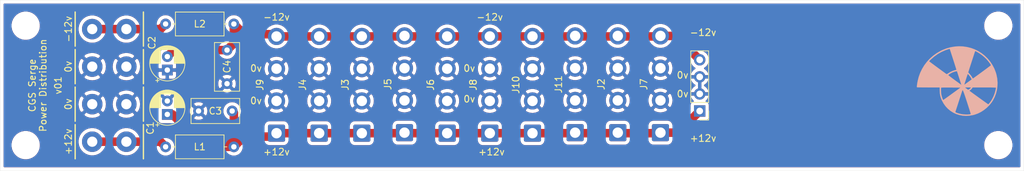
<source format=kicad_pcb>
(kicad_pcb (version 20171130) (host pcbnew "(5.1.8-0-10_14)")
  (title_block (title "CGS Power Distribution") (rev v01) (comment 2 creativecommons.org/licenses/by/4.0/) (comment 3 "License: CC BY 4.0") (comment 4 "Author: Guy John"))
  (layers (0 F.Cu signal hide) (31 B.Cu signal hide) (34 B.Paste user) (35 F.Paste user) (36 B.SilkS user) (37 F.SilkS user) (38 B.Mask user) (39 F.Mask user) (44 Edge.Cuts user))
  (net 0 "")
  (net 1 +12V)
  (net 2 GNDREF)
  (net 3 -12V)
  (net 4 "Net-(J1-Pad1)")
  (net 5 "Net-(J1-Pad4)")
  (module Capacitor_THT:CP_Radial_D5.0mm_P2.00mm (layer F.Cu) (at 126.492 93.218 90)
    (fp_text reference C1 (at -2.032 -2.54 90) (layer F.SilkS))
    (fp_text value 10uF)
    (fp_circle (center 1 0) (end 3.62 0) (layer F.SilkS) (width 0.12))
    (fp_line (start 1 1.04) (end 1 2.58) (layer F.SilkS) (width 0.12))
    (fp_line (start 1 -2.58) (end 1 -1.04) (layer F.SilkS) (width 0.12))
    (fp_line (start 1.04 1.04) (end 1.04 2.58) (layer F.SilkS) (width 0.12))
    (fp_line (start 1.04 -2.58) (end 1.04 -1.04) (layer F.SilkS) (width 0.12))
    (fp_line (start 1.08 -2.579) (end 1.08 -1.04) (layer F.SilkS) (width 0.12))
    (fp_line (start 1.08 1.04) (end 1.08 2.579) (layer F.SilkS) (width 0.12))
    (fp_line (start 1.12 -2.578) (end 1.12 -1.04) (layer F.SilkS) (width 0.12))
    (fp_line (start 1.12 1.04) (end 1.12 2.578) (layer F.SilkS) (width 0.12))
    (fp_line (start 1.16 -2.576) (end 1.16 -1.04) (layer F.SilkS) (width 0.12))
    (fp_line (start 1.16 1.04) (end 1.16 2.576) (layer F.SilkS) (width 0.12))
    (fp_line (start 1.2 -2.573) (end 1.2 -1.04) (layer F.SilkS) (width 0.12))
    (fp_line (start 1.2 1.04) (end 1.2 2.573) (layer F.SilkS) (width 0.12))
    (fp_line (start 1.24 -2.569) (end 1.24 -1.04) (layer F.SilkS) (width 0.12))
    (fp_line (start 1.24 1.04) (end 1.24 2.569) (layer F.SilkS) (width 0.12))
    (fp_line (start 1.28 -2.565) (end 1.28 -1.04) (layer F.SilkS) (width 0.12))
    (fp_line (start 1.28 1.04) (end 1.28 2.565) (layer F.SilkS) (width 0.12))
    (fp_line (start 1.32 -2.561) (end 1.32 -1.04) (layer F.SilkS) (width 0.12))
    (fp_line (start 1.32 1.04) (end 1.32 2.561) (layer F.SilkS) (width 0.12))
    (fp_line (start 1.36 -2.556) (end 1.36 -1.04) (layer F.SilkS) (width 0.12))
    (fp_line (start 1.36 1.04) (end 1.36 2.556) (layer F.SilkS) (width 0.12))
    (fp_line (start 1.4 -2.55) (end 1.4 -1.04) (layer F.SilkS) (width 0.12))
    (fp_line (start 1.4 1.04) (end 1.4 2.55) (layer F.SilkS) (width 0.12))
    (fp_line (start 1.44 -2.543) (end 1.44 -1.04) (layer F.SilkS) (width 0.12))
    (fp_line (start 1.44 1.04) (end 1.44 2.543) (layer F.SilkS) (width 0.12))
    (fp_line (start 1.48 -2.536) (end 1.48 -1.04) (layer F.SilkS) (width 0.12))
    (fp_line (start 1.48 1.04) (end 1.48 2.536) (layer F.SilkS) (width 0.12))
    (fp_line (start 1.52 -2.528) (end 1.52 -1.04) (layer F.SilkS) (width 0.12))
    (fp_line (start 1.52 1.04) (end 1.52 2.528) (layer F.SilkS) (width 0.12))
    (fp_line (start 1.56 -2.52) (end 1.56 -1.04) (layer F.SilkS) (width 0.12))
    (fp_line (start 1.56 1.04) (end 1.56 2.52) (layer F.SilkS) (width 0.12))
    (fp_line (start 1.6 -2.511) (end 1.6 -1.04) (layer F.SilkS) (width 0.12))
    (fp_line (start 1.6 1.04) (end 1.6 2.511) (layer F.SilkS) (width 0.12))
    (fp_line (start 1.64 -2.501) (end 1.64 -1.04) (layer F.SilkS) (width 0.12))
    (fp_line (start 1.64 1.04) (end 1.64 2.501) (layer F.SilkS) (width 0.12))
    (fp_line (start 1.68 -2.491) (end 1.68 -1.04) (layer F.SilkS) (width 0.12))
    (fp_line (start 1.68 1.04) (end 1.68 2.491) (layer F.SilkS) (width 0.12))
    (fp_line (start 1.721 -2.48) (end 1.721 -1.04) (layer F.SilkS) (width 0.12))
    (fp_line (start 1.721 1.04) (end 1.721 2.48) (layer F.SilkS) (width 0.12))
    (fp_line (start 1.761 -2.468) (end 1.761 -1.04) (layer F.SilkS) (width 0.12))
    (fp_line (start 1.761 1.04) (end 1.761 2.468) (layer F.SilkS) (width 0.12))
    (fp_line (start 1.801 -2.455) (end 1.801 -1.04) (layer F.SilkS) (width 0.12))
    (fp_line (start 1.801 1.04) (end 1.801 2.455) (layer F.SilkS) (width 0.12))
    (fp_line (start 1.841 -2.442) (end 1.841 -1.04) (layer F.SilkS) (width 0.12))
    (fp_line (start 1.841 1.04) (end 1.841 2.442) (layer F.SilkS) (width 0.12))
    (fp_line (start 1.881 -2.428) (end 1.881 -1.04) (layer F.SilkS) (width 0.12))
    (fp_line (start 1.881 1.04) (end 1.881 2.428) (layer F.SilkS) (width 0.12))
    (fp_line (start 1.921 -2.414) (end 1.921 -1.04) (layer F.SilkS) (width 0.12))
    (fp_line (start 1.921 1.04) (end 1.921 2.414) (layer F.SilkS) (width 0.12))
    (fp_line (start 1.961 -2.398) (end 1.961 -1.04) (layer F.SilkS) (width 0.12))
    (fp_line (start 1.961 1.04) (end 1.961 2.398) (layer F.SilkS) (width 0.12))
    (fp_line (start 2.001 -2.382) (end 2.001 -1.04) (layer F.SilkS) (width 0.12))
    (fp_line (start 2.001 1.04) (end 2.001 2.382) (layer F.SilkS) (width 0.12))
    (fp_line (start 2.041 -2.365) (end 2.041 -1.04) (layer F.SilkS) (width 0.12))
    (fp_line (start 2.041 1.04) (end 2.041 2.365) (layer F.SilkS) (width 0.12))
    (fp_line (start 2.081 -2.348) (end 2.081 -1.04) (layer F.SilkS) (width 0.12))
    (fp_line (start 2.081 1.04) (end 2.081 2.348) (layer F.SilkS) (width 0.12))
    (fp_line (start 2.121 -2.329) (end 2.121 -1.04) (layer F.SilkS) (width 0.12))
    (fp_line (start 2.121 1.04) (end 2.121 2.329) (layer F.SilkS) (width 0.12))
    (fp_line (start 2.161 -2.31) (end 2.161 -1.04) (layer F.SilkS) (width 0.12))
    (fp_line (start 2.161 1.04) (end 2.161 2.31) (layer F.SilkS) (width 0.12))
    (fp_line (start 2.201 -2.29) (end 2.201 -1.04) (layer F.SilkS) (width 0.12))
    (fp_line (start 2.201 1.04) (end 2.201 2.29) (layer F.SilkS) (width 0.12))
    (fp_line (start 2.241 -2.268) (end 2.241 -1.04) (layer F.SilkS) (width 0.12))
    (fp_line (start 2.241 1.04) (end 2.241 2.268) (layer F.SilkS) (width 0.12))
    (fp_line (start 2.281 -2.247) (end 2.281 -1.04) (layer F.SilkS) (width 0.12))
    (fp_line (start 2.281 1.04) (end 2.281 2.247) (layer F.SilkS) (width 0.12))
    (fp_line (start 2.321 -2.224) (end 2.321 -1.04) (layer F.SilkS) (width 0.12))
    (fp_line (start 2.321 1.04) (end 2.321 2.224) (layer F.SilkS) (width 0.12))
    (fp_line (start 2.361 -2.2) (end 2.361 -1.04) (layer F.SilkS) (width 0.12))
    (fp_line (start 2.361 1.04) (end 2.361 2.2) (layer F.SilkS) (width 0.12))
    (fp_line (start 2.401 -2.175) (end 2.401 -1.04) (layer F.SilkS) (width 0.12))
    (fp_line (start 2.401 1.04) (end 2.401 2.175) (layer F.SilkS) (width 0.12))
    (fp_line (start 2.441 -2.149) (end 2.441 -1.04) (layer F.SilkS) (width 0.12))
    (fp_line (start 2.441 1.04) (end 2.441 2.149) (layer F.SilkS) (width 0.12))
    (fp_line (start 2.481 -2.122) (end 2.481 -1.04) (layer F.SilkS) (width 0.12))
    (fp_line (start 2.481 1.04) (end 2.481 2.122) (layer F.SilkS) (width 0.12))
    (fp_line (start 2.521 -2.095) (end 2.521 -1.04) (layer F.SilkS) (width 0.12))
    (fp_line (start 2.521 1.04) (end 2.521 2.095) (layer F.SilkS) (width 0.12))
    (fp_line (start 2.561 -2.065) (end 2.561 -1.04) (layer F.SilkS) (width 0.12))
    (fp_line (start 2.561 1.04) (end 2.561 2.065) (layer F.SilkS) (width 0.12))
    (fp_line (start 2.601 -2.035) (end 2.601 -1.04) (layer F.SilkS) (width 0.12))
    (fp_line (start 2.601 1.04) (end 2.601 2.035) (layer F.SilkS) (width 0.12))
    (fp_line (start 2.641 -2.004) (end 2.641 -1.04) (layer F.SilkS) (width 0.12))
    (fp_line (start 2.641 1.04) (end 2.641 2.004) (layer F.SilkS) (width 0.12))
    (fp_line (start 2.681 -1.971) (end 2.681 -1.04) (layer F.SilkS) (width 0.12))
    (fp_line (start 2.681 1.04) (end 2.681 1.971) (layer F.SilkS) (width 0.12))
    (fp_line (start 2.721 -1.937) (end 2.721 -1.04) (layer F.SilkS) (width 0.12))
    (fp_line (start 2.721 1.04) (end 2.721 1.937) (layer F.SilkS) (width 0.12))
    (fp_line (start 2.761 -1.901) (end 2.761 -1.04) (layer F.SilkS) (width 0.12))
    (fp_line (start 2.761 1.04) (end 2.761 1.901) (layer F.SilkS) (width 0.12))
    (fp_line (start 2.801 -1.864) (end 2.801 -1.04) (layer F.SilkS) (width 0.12))
    (fp_line (start 2.801 1.04) (end 2.801 1.864) (layer F.SilkS) (width 0.12))
    (fp_line (start 2.841 -1.826) (end 2.841 -1.04) (layer F.SilkS) (width 0.12))
    (fp_line (start 2.841 1.04) (end 2.841 1.826) (layer F.SilkS) (width 0.12))
    (fp_line (start 2.881 -1.785) (end 2.881 -1.04) (layer F.SilkS) (width 0.12))
    (fp_line (start 2.881 1.04) (end 2.881 1.785) (layer F.SilkS) (width 0.12))
    (fp_line (start 2.921 -1.743) (end 2.921 -1.04) (layer F.SilkS) (width 0.12))
    (fp_line (start 2.921 1.04) (end 2.921 1.743) (layer F.SilkS) (width 0.12))
    (fp_line (start 2.961 -1.699) (end 2.961 -1.04) (layer F.SilkS) (width 0.12))
    (fp_line (start 2.961 1.04) (end 2.961 1.699) (layer F.SilkS) (width 0.12))
    (fp_line (start 3.001 -1.653) (end 3.001 -1.04) (layer F.SilkS) (width 0.12))
    (fp_line (start 3.001 1.04) (end 3.001 1.653) (layer F.SilkS) (width 0.12))
    (fp_line (start 3.041 -1.605) (end 3.041 1.605) (layer F.SilkS) (width 0.12))
    (fp_line (start 3.081 -1.554) (end 3.081 1.554) (layer F.SilkS) (width 0.12))
    (fp_line (start 3.121 -1.5) (end 3.121 1.5) (layer F.SilkS) (width 0.12))
    (fp_line (start 3.161 -1.443) (end 3.161 1.443) (layer F.SilkS) (width 0.12))
    (fp_line (start 3.201 -1.383) (end 3.201 1.383) (layer F.SilkS) (width 0.12))
    (fp_line (start 3.241 -1.319) (end 3.241 1.319) (layer F.SilkS) (width 0.12))
    (fp_line (start 3.281 -1.251) (end 3.281 1.251) (layer F.SilkS) (width 0.12))
    (fp_line (start 3.321 -1.178) (end 3.321 1.178) (layer F.SilkS) (width 0.12))
    (fp_line (start 3.361 -1.098) (end 3.361 1.098) (layer F.SilkS) (width 0.12))
    (fp_line (start 3.401 -1.011) (end 3.401 1.011) (layer F.SilkS) (width 0.12))
    (fp_line (start 3.441 -0.915) (end 3.441 0.915) (layer F.SilkS) (width 0.12))
    (fp_line (start 3.481 -0.805) (end 3.481 0.805) (layer F.SilkS) (width 0.12))
    (fp_line (start 3.521 -0.677) (end 3.521 0.677) (layer F.SilkS) (width 0.12))
    (fp_line (start 3.561 -0.518) (end 3.561 0.518) (layer F.SilkS) (width 0.12))
    (fp_line (start 3.601 -0.284) (end 3.601 0.284) (layer F.SilkS) (width 0.12))
    (fp_line (start -1.804775 -1.475) (end -1.304775 -1.475) (layer F.SilkS) (width 0.12))
    (fp_line (start -1.554775 -1.725) (end -1.554775 -1.225) (layer F.SilkS) (width 0.12))
    (pad 1 thru_hole rect (at 0 0 90) (size 1.6 1.6) (drill 0.8) (layers *.Cu *.Mask) (net 1 +12V))
    (pad 2 thru_hole circle (at 2 0 90) (size 1.6 1.6) (drill 0.8) (layers *.Cu *.Mask) (net 2 GNDREF))
  )
  (module Capacitor_THT:CP_Radial_D5.0mm_P2.00mm (layer F.Cu) (at 126.492 86.614 90)
    (fp_text reference C2 (at 4.064 -2.286 90) (layer F.SilkS))
    (fp_text value 10uF)
    (fp_line (start -1.554775 -1.725) (end -1.554775 -1.225) (layer F.SilkS) (width 0.12))
    (fp_line (start -1.804775 -1.475) (end -1.304775 -1.475) (layer F.SilkS) (width 0.12))
    (fp_line (start 3.601 -0.284) (end 3.601 0.284) (layer F.SilkS) (width 0.12))
    (fp_line (start 3.561 -0.518) (end 3.561 0.518) (layer F.SilkS) (width 0.12))
    (fp_line (start 3.521 -0.677) (end 3.521 0.677) (layer F.SilkS) (width 0.12))
    (fp_line (start 3.481 -0.805) (end 3.481 0.805) (layer F.SilkS) (width 0.12))
    (fp_line (start 3.441 -0.915) (end 3.441 0.915) (layer F.SilkS) (width 0.12))
    (fp_line (start 3.401 -1.011) (end 3.401 1.011) (layer F.SilkS) (width 0.12))
    (fp_line (start 3.361 -1.098) (end 3.361 1.098) (layer F.SilkS) (width 0.12))
    (fp_line (start 3.321 -1.178) (end 3.321 1.178) (layer F.SilkS) (width 0.12))
    (fp_line (start 3.281 -1.251) (end 3.281 1.251) (layer F.SilkS) (width 0.12))
    (fp_line (start 3.241 -1.319) (end 3.241 1.319) (layer F.SilkS) (width 0.12))
    (fp_line (start 3.201 -1.383) (end 3.201 1.383) (layer F.SilkS) (width 0.12))
    (fp_line (start 3.161 -1.443) (end 3.161 1.443) (layer F.SilkS) (width 0.12))
    (fp_line (start 3.121 -1.5) (end 3.121 1.5) (layer F.SilkS) (width 0.12))
    (fp_line (start 3.081 -1.554) (end 3.081 1.554) (layer F.SilkS) (width 0.12))
    (fp_line (start 3.041 -1.605) (end 3.041 1.605) (layer F.SilkS) (width 0.12))
    (fp_line (start 3.001 1.04) (end 3.001 1.653) (layer F.SilkS) (width 0.12))
    (fp_line (start 3.001 -1.653) (end 3.001 -1.04) (layer F.SilkS) (width 0.12))
    (fp_line (start 2.961 1.04) (end 2.961 1.699) (layer F.SilkS) (width 0.12))
    (fp_line (start 2.961 -1.699) (end 2.961 -1.04) (layer F.SilkS) (width 0.12))
    (fp_line (start 2.921 1.04) (end 2.921 1.743) (layer F.SilkS) (width 0.12))
    (fp_line (start 2.921 -1.743) (end 2.921 -1.04) (layer F.SilkS) (width 0.12))
    (fp_line (start 2.881 1.04) (end 2.881 1.785) (layer F.SilkS) (width 0.12))
    (fp_line (start 2.881 -1.785) (end 2.881 -1.04) (layer F.SilkS) (width 0.12))
    (fp_line (start 2.841 1.04) (end 2.841 1.826) (layer F.SilkS) (width 0.12))
    (fp_line (start 2.841 -1.826) (end 2.841 -1.04) (layer F.SilkS) (width 0.12))
    (fp_line (start 2.801 1.04) (end 2.801 1.864) (layer F.SilkS) (width 0.12))
    (fp_line (start 2.801 -1.864) (end 2.801 -1.04) (layer F.SilkS) (width 0.12))
    (fp_line (start 2.761 1.04) (end 2.761 1.901) (layer F.SilkS) (width 0.12))
    (fp_line (start 2.761 -1.901) (end 2.761 -1.04) (layer F.SilkS) (width 0.12))
    (fp_line (start 2.721 1.04) (end 2.721 1.937) (layer F.SilkS) (width 0.12))
    (fp_line (start 2.721 -1.937) (end 2.721 -1.04) (layer F.SilkS) (width 0.12))
    (fp_line (start 2.681 1.04) (end 2.681 1.971) (layer F.SilkS) (width 0.12))
    (fp_line (start 2.681 -1.971) (end 2.681 -1.04) (layer F.SilkS) (width 0.12))
    (fp_line (start 2.641 1.04) (end 2.641 2.004) (layer F.SilkS) (width 0.12))
    (fp_line (start 2.641 -2.004) (end 2.641 -1.04) (layer F.SilkS) (width 0.12))
    (fp_line (start 2.601 1.04) (end 2.601 2.035) (layer F.SilkS) (width 0.12))
    (fp_line (start 2.601 -2.035) (end 2.601 -1.04) (layer F.SilkS) (width 0.12))
    (fp_line (start 2.561 1.04) (end 2.561 2.065) (layer F.SilkS) (width 0.12))
    (fp_line (start 2.561 -2.065) (end 2.561 -1.04) (layer F.SilkS) (width 0.12))
    (fp_line (start 2.521 1.04) (end 2.521 2.095) (layer F.SilkS) (width 0.12))
    (fp_line (start 2.521 -2.095) (end 2.521 -1.04) (layer F.SilkS) (width 0.12))
    (fp_line (start 2.481 1.04) (end 2.481 2.122) (layer F.SilkS) (width 0.12))
    (fp_line (start 2.481 -2.122) (end 2.481 -1.04) (layer F.SilkS) (width 0.12))
    (fp_line (start 2.441 1.04) (end 2.441 2.149) (layer F.SilkS) (width 0.12))
    (fp_line (start 2.441 -2.149) (end 2.441 -1.04) (layer F.SilkS) (width 0.12))
    (fp_line (start 2.401 1.04) (end 2.401 2.175) (layer F.SilkS) (width 0.12))
    (fp_line (start 2.401 -2.175) (end 2.401 -1.04) (layer F.SilkS) (width 0.12))
    (fp_line (start 2.361 1.04) (end 2.361 2.2) (layer F.SilkS) (width 0.12))
    (fp_line (start 2.361 -2.2) (end 2.361 -1.04) (layer F.SilkS) (width 0.12))
    (fp_line (start 2.321 1.04) (end 2.321 2.224) (layer F.SilkS) (width 0.12))
    (fp_line (start 2.321 -2.224) (end 2.321 -1.04) (layer F.SilkS) (width 0.12))
    (fp_line (start 2.281 1.04) (end 2.281 2.247) (layer F.SilkS) (width 0.12))
    (fp_line (start 2.281 -2.247) (end 2.281 -1.04) (layer F.SilkS) (width 0.12))
    (fp_line (start 2.241 1.04) (end 2.241 2.268) (layer F.SilkS) (width 0.12))
    (fp_line (start 2.241 -2.268) (end 2.241 -1.04) (layer F.SilkS) (width 0.12))
    (fp_line (start 2.201 1.04) (end 2.201 2.29) (layer F.SilkS) (width 0.12))
    (fp_line (start 2.201 -2.29) (end 2.201 -1.04) (layer F.SilkS) (width 0.12))
    (fp_line (start 2.161 1.04) (end 2.161 2.31) (layer F.SilkS) (width 0.12))
    (fp_line (start 2.161 -2.31) (end 2.161 -1.04) (layer F.SilkS) (width 0.12))
    (fp_line (start 2.121 1.04) (end 2.121 2.329) (layer F.SilkS) (width 0.12))
    (fp_line (start 2.121 -2.329) (end 2.121 -1.04) (layer F.SilkS) (width 0.12))
    (fp_line (start 2.081 1.04) (end 2.081 2.348) (layer F.SilkS) (width 0.12))
    (fp_line (start 2.081 -2.348) (end 2.081 -1.04) (layer F.SilkS) (width 0.12))
    (fp_line (start 2.041 1.04) (end 2.041 2.365) (layer F.SilkS) (width 0.12))
    (fp_line (start 2.041 -2.365) (end 2.041 -1.04) (layer F.SilkS) (width 0.12))
    (fp_line (start 2.001 1.04) (end 2.001 2.382) (layer F.SilkS) (width 0.12))
    (fp_line (start 2.001 -2.382) (end 2.001 -1.04) (layer F.SilkS) (width 0.12))
    (fp_line (start 1.961 1.04) (end 1.961 2.398) (layer F.SilkS) (width 0.12))
    (fp_line (start 1.961 -2.398) (end 1.961 -1.04) (layer F.SilkS) (width 0.12))
    (fp_line (start 1.921 1.04) (end 1.921 2.414) (layer F.SilkS) (width 0.12))
    (fp_line (start 1.921 -2.414) (end 1.921 -1.04) (layer F.SilkS) (width 0.12))
    (fp_line (start 1.881 1.04) (end 1.881 2.428) (layer F.SilkS) (width 0.12))
    (fp_line (start 1.881 -2.428) (end 1.881 -1.04) (layer F.SilkS) (width 0.12))
    (fp_line (start 1.841 1.04) (end 1.841 2.442) (layer F.SilkS) (width 0.12))
    (fp_line (start 1.841 -2.442) (end 1.841 -1.04) (layer F.SilkS) (width 0.12))
    (fp_line (start 1.801 1.04) (end 1.801 2.455) (layer F.SilkS) (width 0.12))
    (fp_line (start 1.801 -2.455) (end 1.801 -1.04) (layer F.SilkS) (width 0.12))
    (fp_line (start 1.761 1.04) (end 1.761 2.468) (layer F.SilkS) (width 0.12))
    (fp_line (start 1.761 -2.468) (end 1.761 -1.04) (layer F.SilkS) (width 0.12))
    (fp_line (start 1.721 1.04) (end 1.721 2.48) (layer F.SilkS) (width 0.12))
    (fp_line (start 1.721 -2.48) (end 1.721 -1.04) (layer F.SilkS) (width 0.12))
    (fp_line (start 1.68 1.04) (end 1.68 2.491) (layer F.SilkS) (width 0.12))
    (fp_line (start 1.68 -2.491) (end 1.68 -1.04) (layer F.SilkS) (width 0.12))
    (fp_line (start 1.64 1.04) (end 1.64 2.501) (layer F.SilkS) (width 0.12))
    (fp_line (start 1.64 -2.501) (end 1.64 -1.04) (layer F.SilkS) (width 0.12))
    (fp_line (start 1.6 1.04) (end 1.6 2.511) (layer F.SilkS) (width 0.12))
    (fp_line (start 1.6 -2.511) (end 1.6 -1.04) (layer F.SilkS) (width 0.12))
    (fp_line (start 1.56 1.04) (end 1.56 2.52) (layer F.SilkS) (width 0.12))
    (fp_line (start 1.56 -2.52) (end 1.56 -1.04) (layer F.SilkS) (width 0.12))
    (fp_line (start 1.52 1.04) (end 1.52 2.528) (layer F.SilkS) (width 0.12))
    (fp_line (start 1.52 -2.528) (end 1.52 -1.04) (layer F.SilkS) (width 0.12))
    (fp_line (start 1.48 1.04) (end 1.48 2.536) (layer F.SilkS) (width 0.12))
    (fp_line (start 1.48 -2.536) (end 1.48 -1.04) (layer F.SilkS) (width 0.12))
    (fp_line (start 1.44 1.04) (end 1.44 2.543) (layer F.SilkS) (width 0.12))
    (fp_line (start 1.44 -2.543) (end 1.44 -1.04) (layer F.SilkS) (width 0.12))
    (fp_line (start 1.4 1.04) (end 1.4 2.55) (layer F.SilkS) (width 0.12))
    (fp_line (start 1.4 -2.55) (end 1.4 -1.04) (layer F.SilkS) (width 0.12))
    (fp_line (start 1.36 1.04) (end 1.36 2.556) (layer F.SilkS) (width 0.12))
    (fp_line (start 1.36 -2.556) (end 1.36 -1.04) (layer F.SilkS) (width 0.12))
    (fp_line (start 1.32 1.04) (end 1.32 2.561) (layer F.SilkS) (width 0.12))
    (fp_line (start 1.32 -2.561) (end 1.32 -1.04) (layer F.SilkS) (width 0.12))
    (fp_line (start 1.28 1.04) (end 1.28 2.565) (layer F.SilkS) (width 0.12))
    (fp_line (start 1.28 -2.565) (end 1.28 -1.04) (layer F.SilkS) (width 0.12))
    (fp_line (start 1.24 1.04) (end 1.24 2.569) (layer F.SilkS) (width 0.12))
    (fp_line (start 1.24 -2.569) (end 1.24 -1.04) (layer F.SilkS) (width 0.12))
    (fp_line (start 1.2 1.04) (end 1.2 2.573) (layer F.SilkS) (width 0.12))
    (fp_line (start 1.2 -2.573) (end 1.2 -1.04) (layer F.SilkS) (width 0.12))
    (fp_line (start 1.16 1.04) (end 1.16 2.576) (layer F.SilkS) (width 0.12))
    (fp_line (start 1.16 -2.576) (end 1.16 -1.04) (layer F.SilkS) (width 0.12))
    (fp_line (start 1.12 1.04) (end 1.12 2.578) (layer F.SilkS) (width 0.12))
    (fp_line (start 1.12 -2.578) (end 1.12 -1.04) (layer F.SilkS) (width 0.12))
    (fp_line (start 1.08 1.04) (end 1.08 2.579) (layer F.SilkS) (width 0.12))
    (fp_line (start 1.08 -2.579) (end 1.08 -1.04) (layer F.SilkS) (width 0.12))
    (fp_line (start 1.04 -2.58) (end 1.04 -1.04) (layer F.SilkS) (width 0.12))
    (fp_line (start 1.04 1.04) (end 1.04 2.58) (layer F.SilkS) (width 0.12))
    (fp_line (start 1 -2.58) (end 1 -1.04) (layer F.SilkS) (width 0.12))
    (fp_line (start 1 1.04) (end 1 2.58) (layer F.SilkS) (width 0.12))
    (fp_circle (center 1 0) (end 3.62 0) (layer F.SilkS) (width 0.12))
    (pad 2 thru_hole circle (at 2 0 90) (size 1.6 1.6) (drill 0.8) (layers *.Cu *.Mask) (net 3 -12V))
    (pad 1 thru_hole rect (at 0 0 90) (size 1.6 1.6) (drill 0.8) (layers *.Cu *.Mask) (net 2 GNDREF))
  )
  (module Capacitor_THT:C_Rect_L7.0mm_W3.5mm_P5.00mm (layer F.Cu) (at 136.144 92.71 180)
    (fp_text reference C3 (at 2.5 0) (layer F.SilkS))
    (fp_text value 10nF)
    (fp_line (start -1.12 -1.87) (end 6.12 -1.87) (layer F.SilkS) (width 0.12))
    (fp_line (start -1.12 1.87) (end 6.12 1.87) (layer F.SilkS) (width 0.12))
    (fp_line (start -1.12 -1.87) (end -1.12 1.87) (layer F.SilkS) (width 0.12))
    (fp_line (start 6.12 -1.87) (end 6.12 1.87) (layer F.SilkS) (width 0.12))
    (pad 1 thru_hole circle (at 0 0 180) (size 1.6 1.6) (drill 0.8) (layers *.Cu *.Mask) (net 1 +12V))
    (pad 2 thru_hole circle (at 5 0 180) (size 1.6 1.6) (drill 0.8) (layers *.Cu *.Mask) (net 2 GNDREF))
  )
  (module Capacitor_THT:C_Rect_L7.0mm_W3.5mm_P5.00mm (layer F.Cu) (at 135.382 88.646 90)
    (fp_text reference C4 (at 2.54 0 90) (layer F.SilkS))
    (fp_text value 10nF)
    (fp_line (start 6.12 -1.87) (end 6.12 1.87) (layer F.SilkS) (width 0.12))
    (fp_line (start -1.12 -1.87) (end -1.12 1.87) (layer F.SilkS) (width 0.12))
    (fp_line (start -1.12 1.87) (end 6.12 1.87) (layer F.SilkS) (width 0.12))
    (fp_line (start -1.12 -1.87) (end 6.12 -1.87) (layer F.SilkS) (width 0.12))
    (pad 2 thru_hole circle (at 5 0 90) (size 1.6 1.6) (drill 0.8) (layers *.Cu *.Mask) (net 3 -12V))
    (pad 1 thru_hole circle (at 0 0 90) (size 1.6 1.6) (drill 0.8) (layers *.Cu *.Mask) (net 2 GNDREF))
  )
  (module Inductor_THT:L_Axial_L7.0mm_D3.3mm_P10.16mm_Horizontal_Fastron_MICC (layer F.Cu) (at 126.238 98.044)
    (fp_text reference L1 (at 5.08 0) (layer F.SilkS))
    (fp_text value "0.45uH 7A")
    (fp_line (start 1.46 -1.77) (end 1.46 1.77) (layer F.SilkS) (width 0.12))
    (fp_line (start 1.46 1.77) (end 8.7 1.77) (layer F.SilkS) (width 0.12))
    (fp_line (start 8.7 1.77) (end 8.7 -1.77) (layer F.SilkS) (width 0.12))
    (fp_line (start 8.7 -1.77) (end 1.46 -1.77) (layer F.SilkS) (width 0.12))
    (fp_line (start 1.04 0) (end 1.46 0) (layer F.SilkS) (width 0.12))
    (fp_line (start 9.12 0) (end 8.7 0) (layer F.SilkS) (width 0.12))
    (pad 1 thru_hole circle (at 0 0) (size 1.6 1.6) (drill 0.8) (layers *.Cu *.Mask) (net 4 "Net-(J1-Pad1)"))
    (pad 2 thru_hole oval (at 10.16 0) (size 1.6 1.6) (drill 0.8) (layers *.Cu *.Mask) (net 1 +12V))
  )
  (module Inductor_THT:L_Axial_L7.0mm_D3.3mm_P10.16mm_Horizontal_Fastron_MICC (layer F.Cu) (at 126.238 79.756)
    (fp_text reference L2 (at 5.08 0) (layer F.SilkS))
    (fp_text value "0.45uH 7A")
    (fp_line (start 9.12 0) (end 8.7 0) (layer F.SilkS) (width 0.12))
    (fp_line (start 1.04 0) (end 1.46 0) (layer F.SilkS) (width 0.12))
    (fp_line (start 8.7 -1.77) (end 1.46 -1.77) (layer F.SilkS) (width 0.12))
    (fp_line (start 8.7 1.77) (end 8.7 -1.77) (layer F.SilkS) (width 0.12))
    (fp_line (start 1.46 1.77) (end 8.7 1.77) (layer F.SilkS) (width 0.12))
    (fp_line (start 1.46 -1.77) (end 1.46 1.77) (layer F.SilkS) (width 0.12))
    (pad 2 thru_hole oval (at 10.16 0) (size 1.6 1.6) (drill 0.8) (layers *.Cu *.Mask) (net 3 -12V))
    (pad 1 thru_hole circle (at 0 0) (size 1.6 1.6) (drill 0.8) (layers *.Cu *.Mask) (net 5 "Net-(J1-Pad4)"))
  )
  (module Connector_PinHeader_2.54mm:PinHeader_1x04_P2.54mm_Vertical (layer F.Cu) (at 205.74 92.71 180)
    (fp_text reference J12 hide)
    (fp_text value Conn_01x04_Female hide)
    (fp_line (start -1.33 8.95) (end 1.33 8.95) (layer F.SilkS) (width 0.12))
    (fp_line (start -1.33 1.27) (end -1.33 8.95) (layer F.SilkS) (width 0.12))
    (fp_line (start 1.33 1.27) (end 1.33 8.95) (layer F.SilkS) (width 0.12))
    (fp_line (start -1.33 1.27) (end 1.33 1.27) (layer F.SilkS) (width 0.12))
    (fp_line (start -1.33 0) (end -1.33 -1.33) (layer F.SilkS) (width 0.12))
    (fp_line (start -1.33 -1.33) (end 0 -1.33) (layer F.SilkS) (width 0.12))
    (pad 1 thru_hole rect (at 0 0 180) (size 1.7 1.7) (drill 1) (layers *.Cu *.Mask) (net 1 +12V))
    (pad 2 thru_hole oval (at 0 2.54 180) (size 1.7 1.7) (drill 1) (layers *.Cu *.Mask) (net 2 GNDREF))
    (pad 3 thru_hole oval (at 0 5.08 180) (size 1.7 1.7) (drill 1) (layers *.Cu *.Mask) (net 2 GNDREF))
    (pad 4 thru_hole oval (at 0 7.62 180) (size 1.7 1.7) (drill 1) (layers *.Cu *.Mask) (net 3 -12V))
  )
  (module rumblesan-footprints:TE_FASTON_250_62409-1_1x04_P5.08mm_Vertical (layer F.Cu) (at 117.856 88.9)
    (fp_text reference J1 hide)
    (fp_text value Conn_01x04_Male hide)
    (fp_line (start -5.08 -5.334) (end -5.08 -0.254) (layer F.SilkS) (width 0.2032))
    (fp_line (start 5.08 -5.334) (end 5.08 -0.254) (layer F.SilkS) (width 0.2032))
    (fp_line (start 5.08 -10.922) (end 5.08 -5.842) (layer F.SilkS) (width 0.2032))
    (fp_line (start -5.08 -10.922) (end -5.08 -5.842) (layer F.SilkS) (width 0.2032))
    (fp_line (start 5.08 5.842) (end 5.08 10.922) (layer F.SilkS) (width 0.2032))
    (fp_line (start -5.08 5.842) (end -5.08 10.922) (layer F.SilkS) (width 0.2032))
    (fp_line (start -5.08 0.254) (end -5.08 5.334) (layer F.SilkS) (width 0.2032))
    (fp_line (start 5.08 0.254) (end 5.08 5.334) (layer F.SilkS) (width 0.2032))
    (pad 2 thru_hole circle (at 2.54 2.794) (size 3.048 3.048) (drill 1.524) (layers *.Cu *.Mask) (net 2 GNDREF))
    (pad 2 thru_hole circle (at -2.54 2.794) (size 3.048 3.048) (drill 1.524) (layers *.Cu *.Mask) (net 2 GNDREF))
    (pad 1 thru_hole circle (at -2.54 8.382) (size 3.048 3.048) (drill 1.524) (layers *.Cu *.Mask) (net 4 "Net-(J1-Pad1)"))
    (pad 1 thru_hole circle (at 2.54 8.382) (size 3.048 3.048) (drill 1.524) (layers *.Cu *.Mask) (net 4 "Net-(J1-Pad1)"))
    (pad 3 thru_hole circle (at 2.54 -2.794) (size 3.048 3.048) (drill 1.524) (layers *.Cu *.Mask) (net 2 GNDREF))
    (pad 4 thru_hole circle (at -2.54 -8.382) (size 3.048 3.048) (drill 1.524) (layers *.Cu *.Mask) (net 5 "Net-(J1-Pad4)"))
    (pad 4 thru_hole circle (at 2.54 -8.382) (size 3.048 3.048) (drill 1.524) (layers *.Cu *.Mask) (net 5 "Net-(J1-Pad4)"))
    (pad 3 thru_hole circle (at -2.54 -2.794) (size 3.048 3.048) (drill 1.524) (layers *.Cu *.Mask) (net 2 GNDREF))
  )
  (module Connector_Wire:SolderWire-0.75sqmm_1x04_P4.8mm_D1.25mm_OD2.3mm (layer F.Cu) (at 193.548 95.934 90)
    (fp_text reference J2 (at 7.2 -2.47 90) (layer F.SilkS))
    (fp_text value Conn_01x04_Female)
    (pad 1 thru_hole roundrect (at 0 0 90) (size 2.55 2.55) (drill 1.55) (layers *.Cu *.Mask) (roundrect_rratio 0.098039) (net 1 +12V))
    (pad 2 thru_hole circle (at 4.8 0 90) (size 2.55 2.55) (drill 1.55) (layers *.Cu *.Mask) (net 2 GNDREF))
    (pad 3 thru_hole circle (at 9.6 0 90) (size 2.55 2.55) (drill 1.55) (layers *.Cu *.Mask) (net 2 GNDREF))
    (pad 4 thru_hole circle (at 14.4 0 90) (size 2.55 2.55) (drill 1.55) (layers *.Cu *.Mask) (net 3 -12V))
  )
  (module Connector_Wire:SolderWire-0.75sqmm_1x04_P4.8mm_D1.25mm_OD2.3mm (layer F.Cu) (at 155.448 96.012 90)
    (fp_text reference J3 (at 7.2 -2.47 90) (layer F.SilkS))
    (fp_text value Conn_01x04_Female)
    (pad 4 thru_hole circle (at 14.4 0 90) (size 2.55 2.55) (drill 1.55) (layers *.Cu *.Mask) (net 3 -12V))
    (pad 3 thru_hole circle (at 9.6 0 90) (size 2.55 2.55) (drill 1.55) (layers *.Cu *.Mask) (net 2 GNDREF))
    (pad 2 thru_hole circle (at 4.8 0 90) (size 2.55 2.55) (drill 1.55) (layers *.Cu *.Mask) (net 2 GNDREF))
    (pad 1 thru_hole roundrect (at 0 0 90) (size 2.55 2.55) (drill 1.55) (layers *.Cu *.Mask) (roundrect_rratio 0.098039) (net 1 +12V))
  )
  (module Connector_Wire:SolderWire-0.75sqmm_1x04_P4.8mm_D1.25mm_OD2.3mm (layer F.Cu) (at 149.098 96.012 90)
    (fp_text reference J4 (at 7.2 -2.47 90) (layer F.SilkS))
    (fp_text value Conn_01x04_Female)
    (pad 1 thru_hole roundrect (at 0 0 90) (size 2.55 2.55) (drill 1.55) (layers *.Cu *.Mask) (roundrect_rratio 0.098039) (net 1 +12V))
    (pad 2 thru_hole circle (at 4.8 0 90) (size 2.55 2.55) (drill 1.55) (layers *.Cu *.Mask) (net 2 GNDREF))
    (pad 3 thru_hole circle (at 9.6 0 90) (size 2.55 2.55) (drill 1.55) (layers *.Cu *.Mask) (net 2 GNDREF))
    (pad 4 thru_hole circle (at 14.4 0 90) (size 2.55 2.55) (drill 1.55) (layers *.Cu *.Mask) (net 3 -12V))
  )
  (module Connector_Wire:SolderWire-0.75sqmm_1x04_P4.8mm_D1.25mm_OD2.3mm (layer F.Cu) (at 161.798 95.934 90)
    (fp_text reference J5 (at 7.2 -2.47 90) (layer F.SilkS))
    (fp_text value Conn_01x04_Female)
    (pad 4 thru_hole circle (at 14.4 0 90) (size 2.55 2.55) (drill 1.55) (layers *.Cu *.Mask) (net 3 -12V))
    (pad 3 thru_hole circle (at 9.6 0 90) (size 2.55 2.55) (drill 1.55) (layers *.Cu *.Mask) (net 2 GNDREF))
    (pad 2 thru_hole circle (at 4.8 0 90) (size 2.55 2.55) (drill 1.55) (layers *.Cu *.Mask) (net 2 GNDREF))
    (pad 1 thru_hole roundrect (at 0 0 90) (size 2.55 2.55) (drill 1.55) (layers *.Cu *.Mask) (roundrect_rratio 0.098039) (net 1 +12V))
  )
  (module Connector_Wire:SolderWire-0.75sqmm_1x04_P4.8mm_D1.25mm_OD2.3mm (layer F.Cu) (at 168.148 96.012 90)
    (fp_text reference J6 (at 7.2 -2.47 90) (layer F.SilkS))
    (fp_text value Conn_01x04_Female)
    (pad 1 thru_hole roundrect (at 0 0 90) (size 2.55 2.55) (drill 1.55) (layers *.Cu *.Mask) (roundrect_rratio 0.098039) (net 1 +12V))
    (pad 2 thru_hole circle (at 4.8 0 90) (size 2.55 2.55) (drill 1.55) (layers *.Cu *.Mask) (net 2 GNDREF))
    (pad 3 thru_hole circle (at 9.6 0 90) (size 2.55 2.55) (drill 1.55) (layers *.Cu *.Mask) (net 2 GNDREF))
    (pad 4 thru_hole circle (at 14.4 0 90) (size 2.55 2.55) (drill 1.55) (layers *.Cu *.Mask) (net 3 -12V))
  )
  (module Connector_Wire:SolderWire-0.75sqmm_1x04_P4.8mm_D1.25mm_OD2.3mm (layer F.Cu) (at 199.898 95.934 90)
    (fp_text reference J7 (at 7.2 -2.47 90) (layer F.SilkS))
    (fp_text value Conn_01x04_Female)
    (pad 4 thru_hole circle (at 14.4 0 90) (size 2.55 2.55) (drill 1.55) (layers *.Cu *.Mask) (net 3 -12V))
    (pad 3 thru_hole circle (at 9.6 0 90) (size 2.55 2.55) (drill 1.55) (layers *.Cu *.Mask) (net 2 GNDREF))
    (pad 2 thru_hole circle (at 4.8 0 90) (size 2.55 2.55) (drill 1.55) (layers *.Cu *.Mask) (net 2 GNDREF))
    (pad 1 thru_hole roundrect (at 0 0 90) (size 2.55 2.55) (drill 1.55) (layers *.Cu *.Mask) (roundrect_rratio 0.098039) (net 1 +12V))
  )
  (module Connector_Wire:SolderWire-0.75sqmm_1x04_P4.8mm_D1.25mm_OD2.3mm (layer F.Cu) (at 174.498 96.012 90)
    (fp_text reference J8 (at 7.2 -2.47 90) (layer F.SilkS))
    (fp_text value Conn_01x04_Female)
    (pad 1 thru_hole roundrect (at 0 0 90) (size 2.55 2.55) (drill 1.55) (layers *.Cu *.Mask) (roundrect_rratio 0.098039) (net 1 +12V))
    (pad 2 thru_hole circle (at 4.8 0 90) (size 2.55 2.55) (drill 1.55) (layers *.Cu *.Mask) (net 2 GNDREF))
    (pad 3 thru_hole circle (at 9.6 0 90) (size 2.55 2.55) (drill 1.55) (layers *.Cu *.Mask) (net 2 GNDREF))
    (pad 4 thru_hole circle (at 14.4 0 90) (size 2.55 2.55) (drill 1.55) (layers *.Cu *.Mask) (net 3 -12V))
  )
  (module Connector_Wire:SolderWire-0.75sqmm_1x04_P4.8mm_D1.25mm_OD2.3mm (layer F.Cu) (at 142.748 96.012 90)
    (fp_text reference J9 (at 7.2 -2.47 90) (layer F.SilkS))
    (fp_text value Conn_01x04_Female)
    (pad 4 thru_hole circle (at 14.4 0 90) (size 2.55 2.55) (drill 1.55) (layers *.Cu *.Mask) (net 3 -12V))
    (pad 3 thru_hole circle (at 9.6 0 90) (size 2.55 2.55) (drill 1.55) (layers *.Cu *.Mask) (net 2 GNDREF))
    (pad 2 thru_hole circle (at 4.8 0 90) (size 2.55 2.55) (drill 1.55) (layers *.Cu *.Mask) (net 2 GNDREF))
    (pad 1 thru_hole roundrect (at 0 0 90) (size 2.55 2.55) (drill 1.55) (layers *.Cu *.Mask) (roundrect_rratio 0.098039) (net 1 +12V))
  )
  (module Connector_Wire:SolderWire-0.75sqmm_1x04_P4.8mm_D1.25mm_OD2.3mm (layer F.Cu) (at 180.848 96.012 90)
    (fp_text reference J10 (at 7.2 -2.47 90) (layer F.SilkS))
    (fp_text value Conn_01x04_Female)
    (pad 1 thru_hole roundrect (at 0 0 90) (size 2.55 2.55) (drill 1.55) (layers *.Cu *.Mask) (roundrect_rratio 0.098039) (net 1 +12V))
    (pad 2 thru_hole circle (at 4.8 0 90) (size 2.55 2.55) (drill 1.55) (layers *.Cu *.Mask) (net 2 GNDREF))
    (pad 3 thru_hole circle (at 9.6 0 90) (size 2.55 2.55) (drill 1.55) (layers *.Cu *.Mask) (net 2 GNDREF))
    (pad 4 thru_hole circle (at 14.4 0 90) (size 2.55 2.55) (drill 1.55) (layers *.Cu *.Mask) (net 3 -12V))
  )
  (module Connector_Wire:SolderWire-0.75sqmm_1x04_P4.8mm_D1.25mm_OD2.3mm (layer F.Cu) (at 187.198 95.934 90)
    (fp_text reference J11 (at 7.2 -2.47 90) (layer F.SilkS))
    (fp_text value Conn_01x04_Female)
    (pad 4 thru_hole circle (at 14.4 0 90) (size 2.55 2.55) (drill 1.55) (layers *.Cu *.Mask) (net 3 -12V))
    (pad 3 thru_hole circle (at 9.6 0 90) (size 2.55 2.55) (drill 1.55) (layers *.Cu *.Mask) (net 2 GNDREF))
    (pad 2 thru_hole circle (at 4.8 0 90) (size 2.55 2.55) (drill 1.55) (layers *.Cu *.Mask) (net 2 GNDREF))
    (pad 1 thru_hole roundrect (at 0 0 90) (size 2.55 2.55) (drill 1.55) (layers *.Cu *.Mask) (roundrect_rratio 0.098039) (net 1 +12V))
  )
  (module MountingHole:MountingHole_3.2mm_M3 (layer F.Cu) (at 105.41 80.01)
    (fp_text reference H1 hide)
    (fp_text value MountingScrew_M3_Flathead hide)
    (pad 1 np_thru_hole circle (at 0 0) (size 3.2 3.2) (drill 3.2) (layers *.Cu *.Mask))
  )
  (module MountingHole:MountingHole_3.2mm_M3 (layer F.Cu) (at 105.41 97.79)
    (fp_text reference H2 hide)
    (fp_text value MountingScrew_M3_Flathead hide)
    (pad 1 np_thru_hole circle (at 0 0) (size 3.2 3.2) (drill 3.2) (layers *.Cu *.Mask))
  )
  (module MountingHole:MountingHole_3.2mm_M3 (layer F.Cu) (at 250.19 80.01)
    (fp_text reference H3 hide)
    (fp_text value MountingScrew_M3_Flathead hide)
    (pad 1 np_thru_hole circle (at 0 0) (size 3.2 3.2) (drill 3.2) (layers *.Cu *.Mask))
  )
  (module MountingHole:MountingHole_3.2mm_M3 (layer F.Cu) (at 250.19 97.79)
    (fp_text reference H4 hide)
    (fp_text value MountingScrew_M3_Flathead hide)
    (pad 1 np_thru_hole circle (at 0 0) (size 3.2 3.2) (drill 3.2) (layers *.Cu *.Mask))
  )
  (module rumblesan-footprints:Logo_Ammonite-simple (layer B.Cu) (at 245.11 88.9 90)
    (fp_text reference H5 hide)
    (fp_text value Logo_Ammonite-simple hide)
    (fp_poly (pts (xy 1.032799 4.917203) (xy 1.602938 4.803894) (xy 1.950328 4.702154) (xy 2.511868 4.481942) (xy 3.043657 4.203555) (xy 3.541437 3.871283) (xy 4.000951 3.489415) (xy 4.417944 3.06224) (xy 4.788157 2.594048) (xy 5.107334 2.089128) (xy 5.371218 1.551771) (xy 5.547304 1.07762) (xy 5.705433 0.47201) (xy 5.79761 -0.14295) (xy 5.82422 -0.762934) (xy 5.785649 -1.383615) (xy 5.682283 -2.000669) (xy 5.514507 -2.609767) (xy 5.282707 -3.206585) (xy 5.138453 -3.507792) (xy 4.807993 -4.082105) (xy 4.426498 -4.614309) (xy 3.997568 -5.101669) (xy 3.524802 -5.541449) (xy 3.011799 -5.930913) (xy 2.46216 -6.267326) (xy 1.879485 -6.547954) (xy 1.267372 -6.77006) (xy 0.635371 -6.929721) (xy 0.397238 -6.974242) (xy 0.180809 -7.00876) (xy -0.004619 -7.032246) (xy -0.149747 -7.043669) (xy -0.24528 -7.041998) (xy -0.27923 -7.031103) (xy -0.284232 -6.993104) (xy -0.288909 -6.893944) (xy -0.293163 -6.740195) (xy -0.296897 -6.538429) (xy -0.300012 -6.295218) (xy -0.302409 -6.017133) (xy -0.303992 -5.710748) (xy -0.304662 -5.382634) (xy -0.304678 -5.326002) (xy -0.304726 -3.64678) (xy -0.787278 -3.642638) (xy -1.158825 -3.625497) (xy -1.491225 -3.577387) (xy -1.808015 -3.492995) (xy -2.132731 -3.367012) (xy -2.252891 -3.311977) (xy -2.606381 -3.117184) (xy -2.167297 -3.117184) (xy -2.136343 -3.149546) (xy -2.051759 -3.192674) (xy -1.92596 -3.242309) (xy -1.77136 -3.294189) (xy -1.600375 -3.344054) (xy -1.42542 -3.387644) (xy -1.308431 -3.411919) (xy -1.195701 -3.427182) (xy -1.049986 -3.438675) (xy -0.886274 -3.446222) (xy -0.71955 -3.449648) (xy -0.5648 -3.448777) (xy -0.437012 -3.443434) (xy -0.35117 -3.433443) (xy -0.323927 -3.423453) (xy -0.319864 -3.386366) (xy -0.316488 -3.28866) (xy -0.313854 -3.137446) (xy -0.312017 -2.939835) (xy -0.311032 -2.702938) (xy -0.31101 -2.626808) (xy 1.684212 -2.626808) (xy 1.718205 -2.677566) (xy 1.785793 -2.773435) (xy 1.882204 -2.907923) (xy 2.002668 -3.074541) (xy 2.142412 -3.266797) (xy 2.296664 -3.478201) (xy 2.460654 -3.702263) (xy 2.62961 -3.932492) (xy 2.798759 -4.162397) (xy 2.963332 -4.385489) (xy 3.118555 -4.595276) (xy 3.259657 -4.785269) (xy 3.381867 -4.948976) (xy 3.480414 -5.079907) (xy 3.550525 -5.171572) (xy 3.587429 -5.21748) (xy 3.59179 -5.22158) (xy 3.623503 -5.198507) (xy 3.690449 -5.136237) (xy 3.781757 -5.045191) (xy 3.854667 -4.969581) (xy 4.286587 -4.470052) (xy 4.661763 -3.941747) (xy 4.977562 -3.389158) (xy 5.231351 -2.816778) (xy 5.384822 -2.358586) (xy 5.443801 -2.154126) (xy 3.889878 -1.650716) (xy 3.579962 -1.550662) (xy 3.290171 -1.457777) (xy 3.026769 -1.37402) (xy 2.796022 -1.301351) (xy 2.604195 -1.241732) (xy 2.457551 -1.197122) (xy 2.362357 -1.169482) (xy 2.324877 -1.160772) (xy 2.324586 -1.16091) (xy 2.311475 -1.198162) (xy 2.287607 -1.2835) (xy 2.257938 -1.399123) (xy 2.255308 -1.409773) (xy 2.15443 -1.720344) (xy 2.005668 -2.040898) (xy 1.819984 -2.347874) (xy 1.81652 -2.352914) (xy 1.733843 -2.482934) (xy 1.68868 -2.576999) (xy 1.684212 -2.626808) (xy -0.31101 -2.626808) (xy -0.310954 -2.433866) (xy -0.311837 -2.139731) (xy -0.312725 -1.974266) (xy -0.321563 -0.545206) (xy -1.24443 -1.814363) (xy -1.432233 -2.073342) (xy -1.60721 -2.315996) (xy -1.76542 -2.536763) (xy -1.902924 -2.730082) (xy -2.01578 -2.890389) (xy -2.100051 -3.012123) (xy -2.151794 -3.089721) (xy -2.167297 -3.117184) (xy -2.606381 -3.117184) (xy -2.710638 -3.059733) (xy -3.121547 -2.761089) (xy -3.483816 -2.420231) (xy -3.795646 -2.041349) (xy -4.055236 -1.628632) (xy -4.260787 -1.186268) (xy -4.410496 -0.718446) (xy -4.502566 -0.229354) (xy -4.535194 0.276818) (xy -4.530422 0.363394) (xy -4.33396 0.363394) (xy -4.329712 0.160283) (xy -4.317644 -0.04385) (xy -4.297452 -0.237932) (xy -4.284197 -0.327847) (xy -4.246355 -0.52569) (xy -4.199548 -0.722236) (xy -4.147335 -0.906977) (xy -4.093275 -1.069402) (xy -4.040927 -1.199002) (xy -3.993849 -1.28527) (xy -3.9556 -1.317694) (xy -3.949319 -1.316792) (xy -3.910482 -1.303867) (xy -3.813544 -1.272119) (xy -3.664838 -1.223609) (xy -3.470695 -1.160398) (xy -3.237449 -1.084545) (xy -2.971432 -0.998111) (xy -2.678977 -0.903157) (xy -2.366416 -0.801741) (xy -2.319697 -0.786588) (xy -2.00563 -0.684537) (xy -1.711522 -0.588606) (xy -1.443591 -0.500848) (xy -1.208054 -0.423318) (xy -1.202224 -0.421386) (xy 0.076634 -0.421386) (xy 0.789339 -1.399948) (xy 0.954589 -1.625176) (xy 1.108278 -1.831463) (xy 1.245701 -2.012735) (xy 1.362152 -2.162918) (xy 1.452926 -2.275937) (xy 1.513317 -2.345721) (xy 1.538171 -2.366469) (xy 1.57325 -2.334181) (xy 1.633008 -2.259809) (xy 1.705585 -2.1583) (xy 1.718564 -2.139093) (xy 1.823353 -1.96158) (xy 1.921924 -1.756847) (xy 2.0054 -1.546709) (xy 2.064905 -1.352981) (xy 2.088726 -1.229385) (xy 2.107183 -1.072914) (xy 1.434677 -0.856305) (xy 1.205046 -0.782407) (xy 0.971598 -0.707393) (xy 0.751412 -0.636744) (xy 0.561567 -0.575939) (xy 0.419402 -0.530541) (xy 0.076634 -0.421386) (xy -1.202224 -0.421386) (xy -1.011127 -0.358067) (xy -0.859028 -0.307151) (xy -0.757973 -0.272623) (xy -0.714181 -0.256537) (xy -0.712912 -0.25582) (xy -0.707817 -0.235269) (xy -0.732205 -0.208427) (xy -0.789934 -0.173828) (xy -0.884864 -0.130004) (xy -1.020855 -0.075489) (xy -1.201767 -0.008816) (xy -1.270567 0.015236) (xy 0.10177 0.015236) (xy 0.132184 0.021926) (xy 0.216377 0.046367) (xy 0.343777 0.085177) (xy 0.503811 0.134974) (xy 0.685905 0.192375) (xy 0.879487 0.254) (xy 1.073983 0.316465) (xy 1.258822 0.376389) (xy 1.423429 0.430391) (xy 1.557233 0.475087) (xy 1.64966 0.507097) (xy 1.690137 0.523038) (xy 1.690814 0.523519) (xy 1.682953 0.556793) (xy 1.6294 0.617782) (xy 1.541466 0.697618) (xy 1.430464 0.787434) (xy 1.307706 0.87836) (xy 1.184504 0.96153) (xy 1.07217 1.028075) (xy 1.006885 1.059673) (xy 0.887583 1.109521) (xy 0.494676 0.568606) (xy 0.374327 0.40232) (xy 0.268881 0.255476) (xy 0.184366 0.136563) (xy 0.126809 0.054071) (xy 0.102238 0.01649) (xy 0.10177 0.015236) (xy -1.270567 0.015236) (xy -1.431458 0.071482) (xy -1.713788 0.166873) (xy -2.052618 0.278822) (xy -2.451806 0.408797) (xy -2.517546 0.430074) (xy -2.842193 0.534816) (xy -2.996411 0.584321) (xy -0.652315 0.584321) (xy -0.487337 0.356837) (xy -0.410833 0.252713) (xy -0.350855 0.173644) (xy -0.3172 0.132452) (xy -0.313494 0.129353) (xy -0.310205 0.161129) (xy -0.307468 0.248095) (xy -0.305535 0.37771) (xy -0.304657 0.53743) (xy -0.30463 0.571926) (xy -0.30463 1.014499) (xy -0.400633 0.946139) (xy -0.475847 0.873327) (xy -0.551015 0.771415) (xy -0.574475 0.73105) (xy -0.652315 0.584321) (xy -2.996411 0.584321) (xy -3.147935 0.632961) (xy -3.428611 0.722563) (xy -3.678063 0.801682) (xy -3.89013 0.868374) (xy -4.058654 0.920697) (xy -4.177474 0.956707) (xy -4.240431 0.974463) (xy -4.248495 0.97602) (xy -4.278804 0.944132) (xy -4.302808 0.855851) (xy -4.320204 0.722252) (xy -4.330689 0.554408) (xy -4.33396 0.363394) (xy -4.530422 0.363394) (xy -4.506581 0.795884) (xy -4.414926 1.323652) (xy -4.350841 1.569089) (xy -4.180454 2.042811) (xy -3.949264 2.505533) (xy -3.664168 2.948396) (xy -3.332064 3.362542) (xy -3.119064 3.578034) (xy -2.810764 3.578034) (xy -2.79167 3.547475) (xy -2.737418 3.468564) (xy -2.652556 3.347617) (xy -2.541627 3.190949) (xy -2.409178 3.004876) (xy -2.259755 2.795713) (xy -2.097904 2.569775) (xy -1.928169 2.333377) (xy -1.755097 2.092836) (xy -1.583234 1.854465) (xy -1.417126 1.624581) (xy -1.261317 1.409499) (xy -1.120354 1.215534) (xy -0.998783 1.049002) (xy -0.901149 0.916218) (xy -0.831998 0.823497) (xy -0.795876 0.777155) (xy -0.791731 0.773016) (xy -0.772593 0.798297) (xy -0.728493 0.862712) (xy -0.700335 0.904934) (xy -0.619126 1.004067) (xy -0.512224 1.105753) (xy -0.458768 1.147742) (xy -0.30463 1.258435) (xy -0.30463 1.286745) (xy 1.016 1.286745) (xy 1.239734 1.161625) (xy 1.37345 1.075998) (xy 1.524644 0.962727) (xy 1.664534 0.843646) (xy 1.688552 0.821123) (xy 1.790272 0.726438) (xy 1.874758 0.652699) (xy 1.929571 0.610533) (xy 1.941928 0.604613) (xy 1.97885 0.614555) (xy 2.073818 0.643496) (xy 2.220487 0.689414) (xy 2.412513 0.750291) (xy 2.643553 0.824104) (xy 2.907261 0.908835) (xy 3.197295 1.002463) (xy 3.50731 1.102967) (xy 3.529544 1.110191) (xy 3.840287 1.211369) (xy 4.131013 1.306417) (xy 4.395443 1.393256) (xy 4.627296 1.469804) (xy 4.820291 1.533981) (xy 4.968148 1.583706) (xy 5.064587 1.616897) (xy 5.103328 1.631475) (xy 5.103729 1.631757) (xy 5.098675 1.670879) (xy 5.062267 1.756286) (xy 5.000086 1.877486) (xy 4.917712 2.023985) (xy 4.820724 2.185291) (xy 4.750088 2.29682) (xy 4.514631 2.63002) (xy 4.24662 2.957144) (xy 3.966721 3.253701) (xy 3.849688 3.364065) (xy 3.714975 3.481196) (xy 3.567698 3.601194) (xy 3.418225 3.716535) (xy 3.276926 3.819693) (xy 3.154167 3.903146) (xy 3.060318 3.959368) (xy 3.005746 3.980836) (xy 3.000508 3.980313) (xy 2.974821 3.951832) (xy 2.913985 3.874801) (xy 2.822631 3.755493) (xy 2.705394 3.600176) (xy 2.566907 3.415121) (xy 2.411804 3.206598) (xy 2.244717 2.980877) (xy 2.07028 2.744229) (xy 1.893127 2.502923) (xy 1.717891 2.263229) (xy 1.549205 2.031419) (xy 1.391703 1.813761) (xy 1.250017 1.616526) (xy 1.15178 1.478516) (xy 1.016 1.286745) (xy -0.30463 1.286745) (xy -0.30463 2.996828) (xy -0.305241 3.439) (xy -0.307089 3.814503) (xy -0.310196 4.124392) (xy -0.314581 4.369721) (xy -0.320268 4.551542) (xy -0.327277 4.670911) (xy -0.335629 4.728881) (xy -0.339925 4.73522) (xy -0.388093 4.728907) (xy -0.483781 4.712189) (xy -0.608184 4.68839) (xy -0.636258 4.682792) (xy -1.13279 4.553148) (xy -1.621135 4.368077) (xy -2.081104 4.13579) (xy -2.277612 4.015337) (xy -2.455255 3.894865) (xy -2.605273 3.783937) (xy -2.719716 3.689072) (xy -2.790637 3.616789) (xy -2.810764 3.578034) (xy -3.119064 3.578034) (xy -2.959848 3.739112) (xy -2.554418 4.069246) (xy -2.245311 4.273519) (xy -1.742935 4.535607) (xy -1.215772 4.736508) (xy -0.669221 4.875669) (xy -0.108677 4.95254) (xy 0.460462 4.966568) (xy 1.032799 4.917203)) (layer B.SilkS) (width 0.01))
  )
  (gr_text v01 (at 110.236 88.9 90) (layer F.SilkS) (effects (font (size 1 1))))
  (gr_text "CGS Serge\nPower Distribution" (at 107.188 88.9 90) (layer F.SilkS) (effects (font (size 1 1))))
  (gr_text 0v (at 203.2 90.17) (layer F.SilkS) (effects (font (size 1 1))))
  (gr_text 0v (at 203.2 87.376) (layer F.SilkS) (effects (font (size 1 1))))
  (gr_text 0v (at 171.45 90.932) (layer F.SilkS) (effects (font (size 1 1))))
  (gr_text 0v (at 171.45 86.36) (layer F.SilkS) (effects (font (size 1 1))))
  (gr_text 0v (at 139.7 91.186) (layer F.SilkS) (effects (font (size 1 1))))
  (gr_text 0v (at 139.7 86.36) (layer F.SilkS) (effects (font (size 1 1))))
  (gr_text +12v (at 206.248 96.774) (layer F.SilkS) (effects (font (size 1 1))))
  (gr_text +12v (at 174.752 98.806) (layer F.SilkS) (effects (font (size 1 1))))
  (gr_text "+12v\n" (at 142.748 98.806) (layer F.SilkS) (effects (font (size 1 1))))
  (gr_text -12v (at 206.248 81.026) (layer F.SilkS) (effects (font (size 1 1))))
  (gr_text -12v (at 174.498 78.74) (layer F.SilkS) (effects (font (size 1 1))))
  (gr_text -12v (at 142.748 78.74) (layer F.SilkS) (effects (font (size 1 1))))
  (gr_text 0v (at 111.76 91.694 90) (layer F.SilkS) (effects (font (size 1 1))))
  (gr_text 0v (at 111.76 86.106 90) (layer F.SilkS) (effects (font (size 1 1))))
  (gr_text +12v (at 111.76 97.282 90) (layer F.SilkS) (effects (font (size 1 1))))
  (gr_text "-12v\n" (at 111.76 80.518 90) (layer F.SilkS) (effects (font (size 1 1))))
  (gr_line (start 101.6 101.6) (end 101.6 76.2) (layer Edge.Cuts) (width 0.0254))
  (gr_line (start 254 101.6) (end 101.6 101.6) (layer Edge.Cuts) (width 0.0254))
  (gr_line (start 254 76.2) (end 254 101.6) (layer Edge.Cuts) (width 0.0254))
  (gr_line (start 101.6 76.2) (end 254 76.2) (layer Edge.Cuts) (width 0.0254))
  (segment (start 136.398 92.964) (end 136.144 92.71) (width 1.27) (layer F.Cu) (net 1))
  (segment (start 126.492 93.218) (end 127.254 93.218) (width 1.27) (layer F.Cu) (net 1))
  (segment (start 127.254 93.218) (end 132.08 98.044) (width 1.27) (layer F.Cu) (net 1))
  (segment (start 142.24 96.52) (end 142.748 96.012) (width 1.27) (layer F.Cu) (net 1))
  (segment (start 136.398 98.044) (end 136.398 96.52) (width 1.27) (layer F.Cu) (net 1))
  (segment (start 199.82 96.012) (end 199.898 95.934) (width 1.27) (layer F.Cu) (net 1))
  (segment (start 142.748 96.012) (end 199.82 96.012) (width 1.27) (layer F.Cu) (net 1))
  (segment (start 202.516 95.934) (end 205.74 92.71) (width 1.27) (layer F.Cu) (net 1))
  (segment (start 199.898 95.934) (end 202.516 95.934) (width 1.27) (layer F.Cu) (net 1))
  (segment (start 136.398 98.044) (end 137.668 96.774) (width 1.27) (layer F.Cu) (net 1))
  (segment (start 137.668 96.774) (end 137.668 96.52) (width 1.27) (layer F.Cu) (net 1))
  (segment (start 137.668 96.52) (end 142.24 96.52) (width 1.27) (layer F.Cu) (net 1))
  (segment (start 136.398 96.52) (end 137.668 96.52) (width 1.27) (layer F.Cu) (net 1))
  (segment (start 136.398 96.52) (end 136.144 96.52) (width 1.27) (layer F.Cu) (net 1))
  (segment (start 136.144 96.52) (end 134.62 98.044) (width 1.27) (layer F.Cu) (net 1))
  (segment (start 134.62 98.044) (end 136.398 98.044) (width 1.27) (layer F.Cu) (net 1))
  (segment (start 132.08 98.044) (end 134.62 98.044) (width 1.27) (layer F.Cu) (net 1))
  (segment (start 136.652 95.504) (end 137.668 96.52) (width 1.27) (layer F.Cu) (net 1))
  (segment (start 136.398 95.504) (end 136.652 95.504) (width 1.27) (layer F.Cu) (net 1))
  (segment (start 136.398 96.52) (end 136.398 95.504) (width 1.27) (layer F.Cu) (net 1))
  (segment (start 136.398 95.504) (end 136.398 92.964) (width 1.27) (layer F.Cu) (net 1))
  (segment (start 136.398 82.63) (end 135.382 83.646) (width 1.27) (layer F.Cu) (net 3))
  (segment (start 127.46 83.646) (end 126.492 84.614) (width 1.27) (layer F.Cu) (net 3))
  (segment (start 135.382 83.646) (end 127.46 83.646) (width 1.27) (layer F.Cu) (net 3))
  (segment (start 142.416 81.28) (end 142.748 81.612) (width 1.27) (layer F.Cu) (net 3))
  (segment (start 136.398 79.756) (end 136.398 81.28) (width 1.27) (layer F.Cu) (net 3))
  (segment (start 136.398 81.28) (end 136.398 82.63) (width 1.27) (layer F.Cu) (net 3))
  (segment (start 199.82 81.612) (end 199.898 81.534) (width 1.27) (layer F.Cu) (net 3))
  (segment (start 142.748 81.612) (end 199.82 81.612) (width 1.27) (layer F.Cu) (net 3))
  (segment (start 202.184 81.534) (end 205.74 85.09) (width 1.27) (layer F.Cu) (net 3))
  (segment (start 199.898 81.534) (end 202.184 81.534) (width 1.27) (layer F.Cu) (net 3))
  (segment (start 137.414 80.772) (end 137.414 81.28) (width 1.27) (layer F.Cu) (net 3))
  (segment (start 136.398 79.756) (end 137.414 80.772) (width 1.27) (layer F.Cu) (net 3))
  (segment (start 137.414 81.28) (end 142.416 81.28) (width 1.27) (layer F.Cu) (net 3))
  (segment (start 136.398 81.28) (end 137.414 81.28) (width 1.27) (layer F.Cu) (net 3))
  (segment (start 137.414 81.614) (end 137.414 81.28) (width 1.27) (layer F.Cu) (net 3))
  (segment (start 135.382 83.646) (end 137.414 81.614) (width 1.27) (layer F.Cu) (net 3))
  (segment (start 115.316 97.282) (end 120.396 97.282) (width 1.27) (layer F.Cu) (net 4))
  (segment (start 125.476 97.282) (end 126.238 98.044) (width 1.27) (layer F.Cu) (net 4))
  (segment (start 120.396 97.282) (end 125.476 97.282) (width 1.27) (layer F.Cu) (net 4))
  (segment (start 115.316 80.518) (end 120.396 80.518) (width 1.27) (layer F.Cu) (net 5))
  (segment (start 125.476 80.518) (end 126.238 79.756) (width 1.27) (layer F.Cu) (net 5))
  (segment (start 120.396 80.518) (end 125.476 80.518) (width 1.27) (layer F.Cu) (net 5))
  (zone (net 2) (net_name GNDREF) (layer F.Cu) (connect_pads (clearance 0.508)) (min_thickness 0.254) (fill yes (arc_segments 32) (thermal_gap 0.508) (thermal_bridge_width 0.508))
    (polygon (pts (xy 254.254 101.854) (xy 101.346 101.854) (xy 101.346 75.946) (xy 254.254 75.946)))
  )
  (zone (net 2) (net_name GNDREF) (layer B.Cu) (connect_pads (clearance 0.508)) (min_thickness 0.254) (fill yes (arc_segments 32) (thermal_gap 0.508) (thermal_bridge_width 0.508))
    (polygon (pts (xy 254.254 101.854) (xy 101.346 101.854) (xy 101.346 75.946) (xy 254.254 75.946)))
  )
)
</source>
